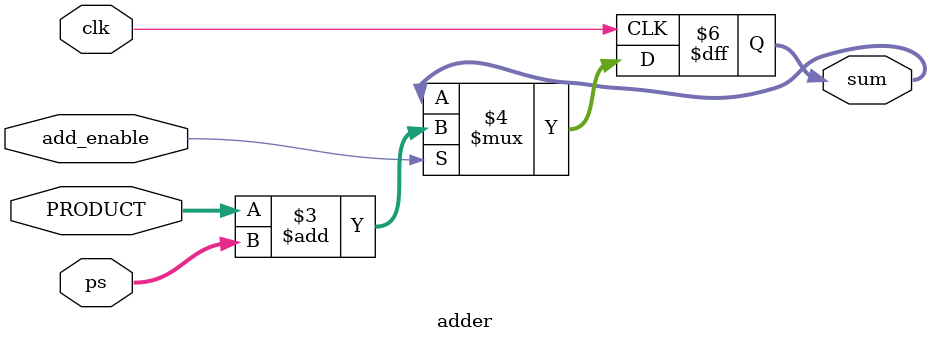
<source format=v>
module adder(clk, PRODUCT, ps, sum, add_enable);
 //does this need a reset?
  //input [31 : 0] product; //output from multiplier
  input clk;
  input [31:0] PRODUCT; 
  input [31:0] ps; //PARTIAL SUM REGISTER
  input add_enable; //for testing purposes
 
  output reg [31:0] sum;

  // Your code begins here

always @ (posedge clk)
begin
	if (add_enable == 1)begin  
	sum <= PRODUCT + ps; 
	end 
	//end else begin
		//SUM <= 0; 
	//end
end

endmodule

</source>
